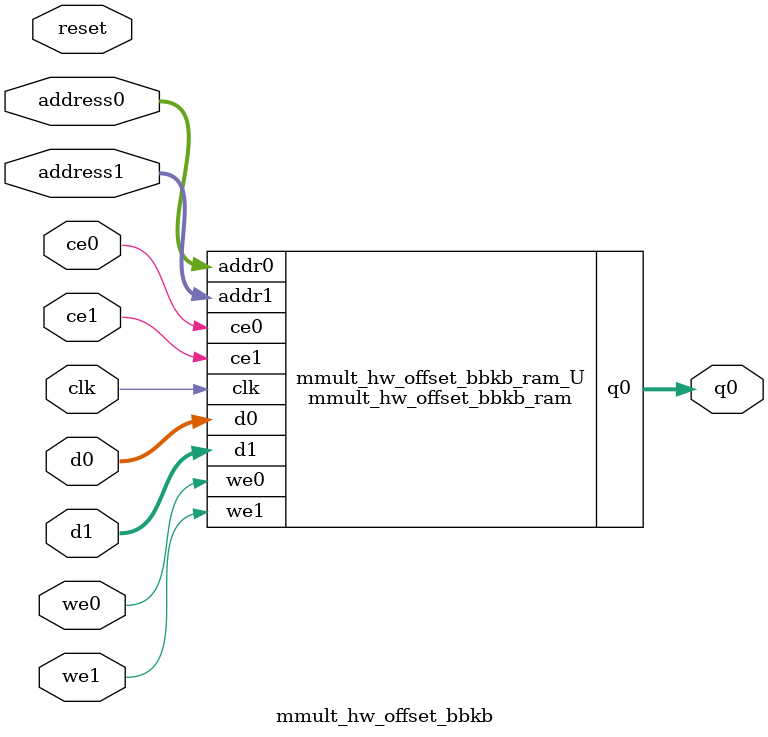
<source format=v>

`timescale 1 ns / 1 ps
module mmult_hw_offset_bbkb_ram (addr0, ce0, d0, we0, q0, addr1, ce1, d1, we1,  clk);

parameter DWIDTH = 32;
parameter AWIDTH = 4;
parameter MEM_SIZE = 10;

input[AWIDTH-1:0] addr0;
input ce0;
input[DWIDTH-1:0] d0;
input we0;
output reg[DWIDTH-1:0] q0;
input[AWIDTH-1:0] addr1;
input ce1;
input[DWIDTH-1:0] d1;
input we1;
input clk;

(* ram_style = "block" *)reg [DWIDTH-1:0] ram[0:MEM_SIZE-1];




always @(posedge clk)  
begin 
    if (ce0) 
    begin
        if (we0) 
        begin 
            ram[addr0] <= d0; 
            q0 <= d0;
        end 
        else 
            q0 <= ram[addr0];
    end
end


always @(posedge clk)  
begin 
    if (ce1) 
    begin
        if (we1) 
        begin 
            ram[addr1] <= d1; 
        end 
    end
end


endmodule


`timescale 1 ns / 1 ps
module mmult_hw_offset_bbkb(
    reset,
    clk,
    address0,
    ce0,
    we0,
    d0,
    q0,
    address1,
    ce1,
    we1,
    d1);

parameter DataWidth = 32'd32;
parameter AddressRange = 32'd10;
parameter AddressWidth = 32'd4;
input reset;
input clk;
input[AddressWidth - 1:0] address0;
input ce0;
input we0;
input[DataWidth - 1:0] d0;
output[DataWidth - 1:0] q0;
input[AddressWidth - 1:0] address1;
input ce1;
input we1;
input[DataWidth - 1:0] d1;



mmult_hw_offset_bbkb_ram mmult_hw_offset_bbkb_ram_U(
    .clk( clk ),
    .addr0( address0 ),
    .ce0( ce0 ),
    .d0( d0 ),
    .we0( we0 ),
    .q0( q0 ),
    .addr1( address1 ),
    .ce1( ce1 ),
    .d1( d1 ),
    .we1( we1 ));

endmodule


</source>
